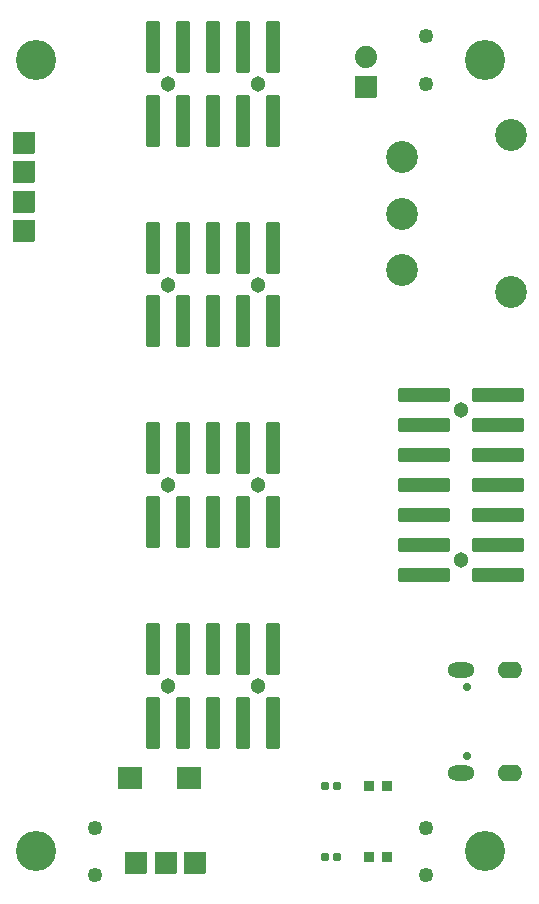
<source format=gbr>
%TF.GenerationSoftware,KiCad,Pcbnew,7.0.11-7.0.11~ubuntu22.04.1*%
%TF.CreationDate,2024-05-21T16:07:36+03:00*%
%TF.ProjectId,Neo6502PC-PWR_Rev_B,4e656f36-3530-4325-9043-2d5057525f52,B*%
%TF.SameCoordinates,PXd4ab5c0PY8b3c880*%
%TF.FileFunction,Soldermask,Top*%
%TF.FilePolarity,Negative*%
%FSLAX46Y46*%
G04 Gerber Fmt 4.6, Leading zero omitted, Abs format (unit mm)*
G04 Created by KiCad (PCBNEW 7.0.11-7.0.11~ubuntu22.04.1) date 2024-05-21 16:07:36*
%MOMM*%
%LPD*%
G01*
G04 APERTURE LIST*
G04 Aperture macros list*
%AMRoundRect*
0 Rectangle with rounded corners*
0 $1 Rounding radius*
0 $2 $3 $4 $5 $6 $7 $8 $9 X,Y pos of 4 corners*
0 Add a 4 corners polygon primitive as box body*
4,1,4,$2,$3,$4,$5,$6,$7,$8,$9,$2,$3,0*
0 Add four circle primitives for the rounded corners*
1,1,$1+$1,$2,$3*
1,1,$1+$1,$4,$5*
1,1,$1+$1,$6,$7*
1,1,$1+$1,$8,$9*
0 Add four rect primitives between the rounded corners*
20,1,$1+$1,$2,$3,$4,$5,0*
20,1,$1+$1,$4,$5,$6,$7,0*
20,1,$1+$1,$6,$7,$8,$9,0*
20,1,$1+$1,$8,$9,$2,$3,0*%
G04 Aperture macros list end*
%ADD10C,1.301600*%
%ADD11RoundRect,0.050800X-0.500000X2.125000X-0.500000X-2.125000X0.500000X-2.125000X0.500000X2.125000X0*%
%ADD12RoundRect,0.050800X-2.125000X-0.500000X2.125000X-0.500000X2.125000X0.500000X-2.125000X0.500000X0*%
%ADD13C,1.254000*%
%ADD14C,3.401601*%
%ADD15RoundRect,0.050800X0.400000X0.400000X-0.400000X0.400000X-0.400000X-0.400000X0.400000X-0.400000X0*%
%ADD16RoundRect,0.050800X0.889000X-0.889000X0.889000X0.889000X-0.889000X0.889000X-0.889000X-0.889000X0*%
%ADD17C,1.879600*%
%ADD18RoundRect,0.050800X-0.250000X-0.275000X0.250000X-0.275000X0.250000X0.275000X-0.250000X0.275000X0*%
%ADD19RoundRect,0.050800X0.250000X0.275000X-0.250000X0.275000X-0.250000X-0.275000X0.250000X-0.275000X0*%
%ADD20RoundRect,0.050800X-1.000000X-0.850000X1.000000X-0.850000X1.000000X0.850000X-1.000000X0.850000X0*%
%ADD21C,0.701600*%
%ADD22O,2.301600X1.301600*%
%ADD23O,2.101600X1.401600*%
%ADD24RoundRect,0.050800X-0.889000X-0.889000X0.889000X-0.889000X0.889000X0.889000X-0.889000X0.889000X0*%
%ADD25C,2.701600*%
%ADD26RoundRect,0.050800X-0.889000X0.889000X-0.889000X-0.889000X0.889000X-0.889000X0.889000X0.889000X0*%
%ADD27RoundRect,0.050800X0.889000X0.889000X-0.889000X0.889000X-0.889000X-0.889000X0.889000X-0.889000X0*%
G04 APERTURE END LIST*
D10*
X22810000Y69000000D03*
X15190000Y69000000D03*
D11*
X24080000Y72125000D03*
X24080000Y65875000D03*
X21540000Y72125000D03*
X21540000Y65875000D03*
X19000000Y72125000D03*
X19000000Y65875000D03*
X16460000Y72125000D03*
X16460000Y65875000D03*
X13920000Y72125000D03*
X13920000Y65875000D03*
D10*
X40000000Y41350000D03*
X40000000Y28650000D03*
D12*
X36875000Y42620000D03*
X43125000Y42620000D03*
X36875000Y40080000D03*
X43125000Y40080000D03*
X36875000Y37540000D03*
X43125000Y37540000D03*
X36875000Y35000000D03*
X43125000Y35000000D03*
X36875000Y32460000D03*
X43125000Y32460000D03*
X36875000Y29920000D03*
X43125000Y29920000D03*
X36875000Y27380000D03*
X43125000Y27380000D03*
D10*
X22810000Y52000000D03*
X15190000Y52000000D03*
D11*
X24080000Y55125000D03*
X24080000Y48875000D03*
X21540000Y55125000D03*
X21540000Y48875000D03*
X19000000Y55125000D03*
X19000000Y48875000D03*
X16460000Y55125000D03*
X16460000Y48875000D03*
X13920000Y55125000D03*
X13920000Y48875000D03*
D13*
X9000000Y6000000D03*
D14*
X42000000Y4000000D03*
D13*
X37000000Y69000000D03*
D15*
X32238000Y3500000D03*
X33762000Y3500000D03*
D13*
X37000000Y73000000D03*
D14*
X42000000Y71000000D03*
D16*
X32000000Y68730000D03*
D17*
X32000000Y71270000D03*
D10*
X22810000Y35000000D03*
X15190000Y35000000D03*
D11*
X24080000Y38125000D03*
X24080000Y31875000D03*
X21540000Y38125000D03*
X21540000Y31875000D03*
X19000000Y38125000D03*
X19000000Y31875000D03*
X16460000Y38125000D03*
X16460000Y31875000D03*
X13920000Y38125000D03*
X13920000Y31875000D03*
D18*
X29508000Y3500000D03*
D19*
X28492000Y3500000D03*
D14*
X4000000Y4000000D03*
D10*
X22810000Y18000000D03*
X15190000Y18000000D03*
D11*
X24080000Y21125000D03*
X24080000Y14875000D03*
X21540000Y21125000D03*
X21540000Y14875000D03*
X19000000Y21125000D03*
X19000000Y14875000D03*
X16460000Y21125000D03*
X16460000Y14875000D03*
X13920000Y21125000D03*
X13920000Y14875000D03*
D18*
X29508000Y9500000D03*
D19*
X28492000Y9500000D03*
D14*
X4000000Y71000000D03*
D13*
X37000000Y2000000D03*
D20*
X12000000Y10250000D03*
X17000000Y10250000D03*
D13*
X37000000Y6000000D03*
D15*
X32238000Y9500000D03*
X33762000Y9500000D03*
D13*
X9000000Y2000000D03*
D21*
X40470000Y17890000D03*
X40470000Y12110000D03*
D22*
X39970000Y19320000D03*
X39970000Y10680000D03*
D23*
X44150000Y19320000D03*
X44150000Y10680000D03*
D24*
X3000000Y61500000D03*
D25*
X44200000Y51350000D03*
X44200000Y64650000D03*
X35000000Y53200000D03*
X35000000Y58000000D03*
X35000000Y62800000D03*
D24*
X3000000Y56500000D03*
D26*
X15000000Y3000000D03*
X12500000Y3000000D03*
D24*
X3000000Y59000000D03*
D27*
X3000000Y64000000D03*
D24*
X17500000Y3000000D03*
M02*

</source>
